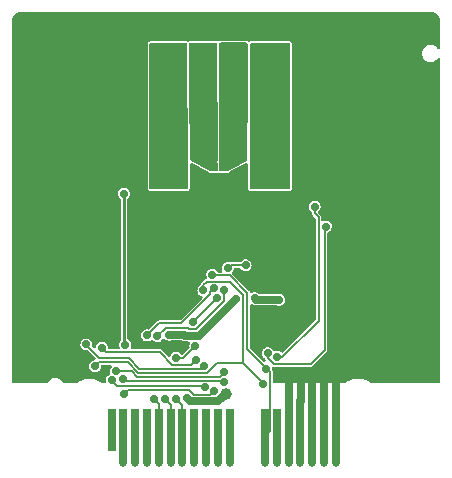
<source format=gbl>
G04 #@! TF.GenerationSoftware,KiCad,Pcbnew,(5.99.0-8491-gb8dfcb34c4)*
G04 #@! TF.CreationDate,2021-01-19T19:45:49+01:00*
G04 #@! TF.ProjectId,TMC2209_Driver,544d4332-3230-4395-9f44-72697665722e,rev?*
G04 #@! TF.SameCoordinates,PX67f3540PY6cb8080*
G04 #@! TF.FileFunction,Copper,L2,Bot*
G04 #@! TF.FilePolarity,Positive*
%FSLAX46Y46*%
G04 Gerber Fmt 4.6, Leading zero omitted, Abs format (unit mm)*
G04 Created by KiCad (PCBNEW (5.99.0-8491-gb8dfcb34c4)) date 2021-01-19 19:45:49*
%MOMM*%
%LPD*%
G01*
G04 APERTURE LIST*
G04 #@! TA.AperFunction,ConnectorPad*
%ADD10O,0.650000X0.650000*%
G04 #@! TD*
G04 #@! TA.AperFunction,ConnectorPad*
%ADD11R,0.650000X3.600000*%
G04 #@! TD*
G04 #@! TA.AperFunction,ConnectorPad*
%ADD12R,0.650000X4.600000*%
G04 #@! TD*
G04 #@! TA.AperFunction,ComponentPad*
%ADD13R,1.778000X1.778000*%
G04 #@! TD*
G04 #@! TA.AperFunction,ComponentPad*
%ADD14C,1.778000*%
G04 #@! TD*
G04 #@! TA.AperFunction,ViaPad*
%ADD15C,0.700000*%
G04 #@! TD*
G04 #@! TA.AperFunction,ViaPad*
%ADD16C,1.000000*%
G04 #@! TD*
G04 #@! TA.AperFunction,ViaPad*
%ADD17C,0.800000*%
G04 #@! TD*
G04 #@! TA.AperFunction,Conductor*
%ADD18C,0.650000*%
G04 #@! TD*
G04 #@! TA.AperFunction,Conductor*
%ADD19C,0.254000*%
G04 #@! TD*
G04 #@! TA.AperFunction,Conductor*
%ADD20C,0.152400*%
G04 #@! TD*
G04 #@! TA.AperFunction,Conductor*
%ADD21C,0.203200*%
G04 #@! TD*
G04 #@! TA.AperFunction,Conductor*
%ADD22C,0.250000*%
G04 #@! TD*
G04 APERTURE END LIST*
D10*
X27652800Y1014800D03*
X26652800Y1014800D03*
X22652800Y1014800D03*
X11652800Y1014800D03*
X14652800Y1014800D03*
X9652800Y1014800D03*
X24652800Y1014800D03*
X12652800Y1014800D03*
X21652800Y1014800D03*
X10652800Y1014800D03*
X25652800Y1014800D03*
X15652800Y1014800D03*
X13652800Y1014800D03*
X16652800Y1014800D03*
X18652800Y1014800D03*
X23652800Y1014800D03*
X17652800Y1014800D03*
D11*
X8652800Y3814800D03*
D12*
X9652800Y3314800D03*
X10652800Y3314800D03*
X11652800Y3314800D03*
X12652800Y3314800D03*
X13652800Y3314800D03*
X14652800Y3314800D03*
X15652800Y3314800D03*
X16652800Y3314800D03*
X17652800Y3314800D03*
X18652800Y3314800D03*
X21652800Y3314800D03*
X22652800Y3314800D03*
X23652800Y3314800D03*
X24652800Y3314800D03*
X25652800Y3314800D03*
X26652800Y3314800D03*
X27652800Y3314800D03*
D13*
X13809000Y35437800D03*
D14*
X16349000Y35437800D03*
X18889000Y35437800D03*
X21429000Y35437800D03*
D15*
X17085600Y24211000D03*
X18927100Y22306000D03*
X18927100Y23576000D03*
X18355600Y24211000D03*
X17720600Y22306000D03*
X17085600Y22941000D03*
X16450600Y22306000D03*
X16450600Y23576000D03*
X17720600Y23576000D03*
X18355600Y22941000D03*
X18355600Y21671000D03*
X17085600Y21671000D03*
D16*
X4030000Y33228000D03*
X7586000Y30942000D03*
X5808000Y33228000D03*
X7586000Y33228000D03*
X5808000Y30942000D03*
X1998000Y30942000D03*
X1998000Y33228000D03*
X4030000Y30942000D03*
X28414000Y30942000D03*
D15*
X11269000Y18623000D03*
D16*
X34002000Y30942000D03*
D15*
X3496600Y14990800D03*
X4055400Y12400000D03*
X8475000Y13987500D03*
X25493000Y20401000D03*
D17*
X35500000Y10500000D03*
D15*
X3081143Y11532112D03*
X8661749Y10998379D03*
X11269000Y26878000D03*
D16*
X34002000Y33228000D03*
X30446000Y33228000D03*
X28414000Y33228000D03*
X32224000Y33228000D03*
D15*
X21000000Y19500000D03*
D16*
X32224000Y30942000D03*
D17*
X35500000Y13000000D03*
D15*
X24375400Y26852600D03*
D16*
X30446000Y30942000D03*
D15*
X19422400Y32720000D03*
X18254000Y28224200D03*
X18330200Y32720000D03*
X18127000Y26497000D03*
X22368800Y25633400D03*
X20971800Y25633400D03*
X21683000Y25633400D03*
X22343400Y24566600D03*
X21657600Y24592000D03*
X17060200Y32720000D03*
X15968000Y32720000D03*
X17111000Y28224200D03*
X17238000Y26497000D03*
X12996200Y25582600D03*
X13707400Y25582600D03*
X14393200Y25582600D03*
X13682000Y24541200D03*
X12996200Y24541200D03*
X9812912Y10998379D03*
X9694200Y23804600D03*
X17352282Y7095226D03*
X25848600Y22687000D03*
X22699000Y9987000D03*
X9668800Y6822369D03*
X21886200Y10291800D03*
X8652800Y7980400D03*
X16551726Y7387998D03*
X26794710Y21010600D03*
X21714328Y8976928D03*
X18152149Y8666904D03*
X17182501Y16940338D03*
X9019485Y8759211D03*
X13148600Y6380200D03*
X12541045Y11741645D03*
X12285000Y6380200D03*
X18173287Y15679530D03*
X21491077Y7705937D03*
X7261198Y9199010D03*
X16440174Y15599740D03*
X13529600Y11866600D03*
D16*
X18317500Y6824700D03*
D15*
X22851400Y14813000D03*
X19192540Y14874260D03*
X20772955Y14930947D03*
X15002800Y6532600D03*
X14799600Y11866600D03*
X11654006Y11799326D03*
X17314200Y15778200D03*
X18159120Y7814521D03*
X9603597Y8138390D03*
X6519200Y11028400D03*
X16475638Y9216762D03*
X7833264Y10757845D03*
X15769412Y9694099D03*
X14114592Y9898588D03*
X15754937Y10932934D03*
X14113800Y6418300D03*
X15526244Y12892556D03*
X17543973Y14947617D03*
X18500000Y17500000D03*
X20000000Y17750000D03*
D18*
X23652800Y6264800D02*
X23664200Y6276200D01*
X24654800Y6266800D02*
X24654800Y8234400D01*
X26652800Y3314800D02*
X26652800Y6264800D01*
X24652800Y3314800D02*
X24652800Y6264800D01*
X25652800Y6264800D02*
X25645400Y6272200D01*
X26652800Y6264800D02*
X26636000Y6281600D01*
X23664200Y6276200D02*
X23664200Y8158200D01*
X27652800Y3314800D02*
X27652800Y8259000D01*
X26636000Y6281600D02*
X26636000Y8793200D01*
X25652800Y3314800D02*
X25652800Y6264800D01*
X23652800Y3314800D02*
X23652800Y6264800D01*
X24652800Y6264800D02*
X24654800Y6266800D01*
X25645400Y6272200D02*
X25645400Y8666200D01*
D19*
X9694200Y23804600D02*
X9694200Y10785911D01*
D20*
X10018799Y7172368D02*
X15219362Y7172368D01*
X17013886Y6756830D02*
X17352282Y7095226D01*
X22699000Y9987000D02*
X23123264Y9987000D01*
X23123264Y9987000D02*
X26178800Y13042536D01*
X15219362Y7172368D02*
X15634900Y6756830D01*
X25848600Y22687000D02*
X25848600Y22121315D01*
X9668800Y6822369D02*
X10018799Y7172368D01*
X26178800Y13042536D02*
X26178800Y13416000D01*
X26178800Y21791115D02*
X26178800Y13416000D01*
X25848600Y22121315D02*
X26178800Y21791115D01*
X15634900Y6756830D02*
X17013886Y6756830D01*
X16441915Y7497809D02*
X16551726Y7387998D01*
X21886200Y9867536D02*
X22401736Y9352000D01*
X8652800Y7980400D02*
X9135391Y7497809D01*
X25518400Y9352000D02*
X26686800Y10520400D01*
X9135391Y7497809D02*
X16441915Y7497809D01*
X26686800Y10520400D02*
X26686800Y20902690D01*
X22401736Y9352000D02*
X25518400Y9352000D01*
X21886200Y10291800D02*
X21886200Y9867536D01*
D19*
X26686800Y20902690D02*
X26794710Y21010600D01*
D20*
X20157045Y15385133D02*
X18670780Y16871398D01*
X18670780Y16871398D02*
X17251441Y16871398D01*
X9019485Y8759211D02*
X10384525Y8759211D01*
X17251441Y16871398D02*
X17182501Y16940338D01*
X20157045Y10610809D02*
X20157045Y15385133D01*
X22069678Y8698176D02*
X20157045Y10610809D01*
X10384525Y8759211D02*
X10826831Y8316905D01*
X21652800Y3314800D02*
X22069678Y3731678D01*
X10826831Y8316905D02*
X17802150Y8316905D01*
X17802150Y8316905D02*
X18152149Y8666904D01*
X22069678Y3731678D02*
X22069678Y8698176D01*
X13652800Y5876000D02*
X13148600Y6380200D01*
X13652800Y3314800D02*
X13652800Y5876000D01*
X12541045Y11741645D02*
X13250200Y12450800D01*
X16671984Y13220016D02*
X15871884Y12419916D01*
D21*
X12285000Y6380200D02*
X12652800Y6012400D01*
D20*
X13250200Y12450800D02*
X15111670Y12450800D01*
X16671984Y13220016D02*
X18173287Y14721319D01*
D21*
X12652800Y6012400D02*
X12652800Y3314800D01*
D20*
X15765923Y12313955D02*
X16671984Y13220016D01*
X18173287Y14721319D02*
X18173287Y15679530D01*
X15248515Y12313955D02*
X15765923Y12313955D01*
X15111670Y12450800D02*
X15248515Y12313955D01*
X16702261Y16356801D02*
X16440174Y16094714D01*
X7611197Y9549009D02*
X7261198Y9199010D01*
X21491077Y7794037D02*
X21491077Y7705937D01*
X19814134Y9470980D02*
X17586186Y9470980D01*
X16440174Y16094714D02*
X16440174Y15599740D01*
X17586186Y9470980D02*
X16753367Y8638161D01*
X18690130Y16356801D02*
X16702261Y16356801D01*
X19814134Y9470980D02*
X19814134Y15232797D01*
X10936643Y8638161D02*
X10025795Y9549009D01*
X16753367Y8638161D02*
X10936643Y8638161D01*
X10025795Y9549009D02*
X7611197Y9549009D01*
X19814134Y15232797D02*
X18690130Y16356801D01*
X19814134Y9470980D02*
X21491077Y7794037D01*
D18*
X18317500Y6824700D02*
X17696022Y6203222D01*
X17696022Y6203222D02*
X17416622Y6203222D01*
X13529600Y11866600D02*
X14095285Y11866600D01*
X16078625Y11760345D02*
X19192540Y14874260D01*
X14095285Y11866600D02*
X14799600Y11866600D01*
X20890902Y14813000D02*
X20772955Y14930947D01*
X22851400Y14813000D02*
X20890902Y14813000D01*
X15332178Y6203222D02*
X17416622Y6203222D01*
X15002800Y6532600D02*
X15332178Y6203222D01*
X14799600Y11866600D02*
X14905855Y11760345D01*
X14905855Y11760345D02*
X16078625Y11760345D01*
D20*
X11654006Y11799326D02*
X12686477Y12831797D01*
X17314200Y15778200D02*
X17003462Y15467462D01*
X12686477Y12831797D02*
X14571821Y12831797D01*
X14571821Y12831797D02*
X17003462Y15263438D01*
X17003462Y15467462D02*
X17003462Y15263438D01*
D22*
X11787240Y11932560D02*
X11654006Y11799326D01*
D20*
X18044052Y7929589D02*
X18159120Y7814521D01*
X9775388Y7966599D02*
X9603597Y8138390D01*
X17758689Y7929589D02*
X17428489Y7929589D01*
X17391479Y7966599D02*
X9775388Y7966599D01*
X17428489Y7929589D02*
X17391479Y7966599D01*
X17428489Y7929589D02*
X18044052Y7929589D01*
X11018196Y8987673D02*
X16246549Y8987673D01*
X7608504Y9898090D02*
X7256844Y10249750D01*
X9859290Y9898090D02*
X10107779Y9898090D01*
X6956845Y10549749D02*
X6956845Y10590755D01*
X10107779Y9898090D02*
X11018196Y8987673D01*
X16246549Y8987673D02*
X16475638Y9216762D01*
X10116935Y9898090D02*
X9859290Y9898090D01*
X7256844Y10249750D02*
X6956845Y10549749D01*
X6956845Y10590755D02*
X6519200Y11028400D01*
X9859290Y9898090D02*
X7608504Y9898090D01*
X8183263Y10407846D02*
X12726152Y10407846D01*
X12726152Y10407846D02*
X13814012Y9319986D01*
X15395299Y9319986D02*
X15769412Y9694099D01*
X13814012Y9319986D02*
X15395299Y9319986D01*
X7833264Y10757845D02*
X8183263Y10407846D01*
X14720591Y9898588D02*
X15754937Y10932934D01*
X15526244Y12929888D02*
X15526244Y12892556D01*
X14652800Y5879300D02*
X14652800Y3314800D01*
X14114592Y9898588D02*
X14720591Y9898588D01*
X14113800Y6418300D02*
X14652800Y5879300D01*
X17543973Y14947617D02*
X15526244Y12929888D01*
X20000000Y17750000D02*
X18750000Y17750000D01*
X18750000Y17750000D02*
X18500000Y17500000D01*
G04 #@! TA.AperFunction,Conductor*
G36*
X15008421Y36535398D02*
G01*
X15054914Y36481742D01*
X15066300Y36429400D01*
X15066300Y32771960D01*
X15066307Y32770529D01*
X15066329Y32768186D01*
X15066333Y32767922D01*
X15066344Y32767058D01*
X15066348Y32766784D01*
X15129778Y29355673D01*
X15129800Y29353330D01*
X15129800Y24286200D01*
X15109798Y24218079D01*
X15056142Y24171586D01*
X15003800Y24160200D01*
X11979200Y24160200D01*
X11911079Y24180202D01*
X11864586Y24233858D01*
X11853200Y24286200D01*
X11853200Y36429400D01*
X11873202Y36497521D01*
X11926858Y36544014D01*
X11979200Y36555400D01*
X14940300Y36555400D01*
X15008421Y36535398D01*
G37*
G04 #@! TD.AperFunction*
G04 #@! TA.AperFunction,Conductor*
G36*
X23733321Y36535398D02*
G01*
X23779814Y36481742D01*
X23791200Y36429400D01*
X23791200Y24286200D01*
X23771198Y24218079D01*
X23717542Y24171586D01*
X23665200Y24160200D01*
X20488200Y24160200D01*
X20420079Y24180202D01*
X20373586Y24233858D01*
X20362200Y24286200D01*
X20362200Y36429400D01*
X20382202Y36497521D01*
X20435858Y36544014D01*
X20488200Y36555400D01*
X23665200Y36555400D01*
X23733321Y36535398D01*
G37*
G04 #@! TD.AperFunction*
G04 #@! TA.AperFunction,Conductor*
G36*
X17561346Y36560798D02*
G01*
X17607839Y36507142D01*
X17619225Y36455026D01*
X17636837Y26626859D01*
X17635337Y26607249D01*
X17620519Y26512079D01*
X17620519Y26512074D01*
X17619138Y26503205D01*
X17620302Y26494303D01*
X17620302Y26494300D01*
X17636258Y26372278D01*
X17637322Y26356167D01*
X17638301Y25810426D01*
X17618421Y25742270D01*
X17564849Y25695680D01*
X17512301Y25684200D01*
X17073054Y25684200D01*
X17012303Y25699813D01*
X15396872Y26588849D01*
X15346836Y26639216D01*
X15331645Y26696893D01*
X15218722Y32769617D01*
X15218700Y32771960D01*
X15218700Y36454800D01*
X15238702Y36522921D01*
X15292358Y36569414D01*
X15344700Y36580800D01*
X17493225Y36580800D01*
X17561346Y36560798D01*
G37*
G04 #@! TD.AperFunction*
G04 #@! TA.AperFunction,Conductor*
G36*
X20113821Y36586198D02*
G01*
X20160314Y36532542D01*
X20171700Y36480200D01*
X20171700Y32796200D01*
X20159155Y26699114D01*
X20139013Y26631034D01*
X20092852Y26588413D01*
X18645916Y25809973D01*
X18440088Y25699239D01*
X18380392Y25684200D01*
X17916840Y25684200D01*
X17848719Y25704202D01*
X17802226Y25757858D01*
X17790840Y25809973D01*
X17771627Y36479973D01*
X17791507Y36548130D01*
X17845078Y36594719D01*
X17897627Y36606200D01*
X20045700Y36606200D01*
X20113821Y36586198D01*
G37*
G04 #@! TD.AperFunction*
G04 #@! TA.AperFunction,Conductor*
G36*
X35658981Y39197606D02*
G01*
X35659078Y39198313D01*
X35666138Y39197342D01*
X35673042Y39195581D01*
X35680160Y39195412D01*
X35680163Y39195412D01*
X35749979Y39193759D01*
X35759347Y39193187D01*
X35785154Y39190645D01*
X35797385Y39188831D01*
X35911911Y39166050D01*
X35923905Y39163045D01*
X35937757Y39158843D01*
X35949398Y39154678D01*
X35976310Y39143531D01*
X36057287Y39109990D01*
X36068446Y39104712D01*
X36081231Y39097879D01*
X36081248Y39097870D01*
X36091840Y39091521D01*
X36188942Y39026639D01*
X36198839Y39019299D01*
X36210080Y39010073D01*
X36219230Y39001779D01*
X36301776Y38919233D01*
X36310079Y38910073D01*
X36319284Y38898857D01*
X36326649Y38888927D01*
X36391528Y38791829D01*
X36397868Y38781251D01*
X36404711Y38768448D01*
X36409983Y38757302D01*
X36454683Y38649389D01*
X36458843Y38637760D01*
X36463048Y38623898D01*
X36466051Y38611912D01*
X36484163Y38520854D01*
X36488832Y38497379D01*
X36490646Y38485148D01*
X36493186Y38459357D01*
X36493758Y38449991D01*
X36495576Y38373233D01*
X36497312Y38366377D01*
X36498269Y38359373D01*
X36497604Y38359282D01*
X36500000Y38340058D01*
X36500000Y36157567D01*
X36479998Y36089446D01*
X36426342Y36042953D01*
X36356068Y36032849D01*
X36291488Y36062343D01*
X36268628Y36088482D01*
X36233659Y36141818D01*
X36229647Y36147938D01*
X36106988Y36264134D01*
X36029176Y36309330D01*
X35967220Y36345317D01*
X35967217Y36345318D01*
X35960887Y36348995D01*
X35953879Y36351117D01*
X35953878Y36351118D01*
X35921561Y36360906D01*
X35799183Y36397971D01*
X35791874Y36398424D01*
X35791871Y36398425D01*
X35720926Y36402826D01*
X35630550Y36408433D01*
X35623334Y36407193D01*
X35623332Y36407193D01*
X35471247Y36381060D01*
X35471245Y36381059D01*
X35464032Y36379820D01*
X35308563Y36313667D01*
X35172482Y36213523D01*
X35063089Y36084759D01*
X34986253Y35934283D01*
X34946094Y35770167D01*
X34944767Y35601214D01*
X34982343Y35436488D01*
X34985567Y35429921D01*
X34985568Y35429919D01*
X35051434Y35295768D01*
X35056807Y35284824D01*
X35061455Y35279175D01*
X35061456Y35279174D01*
X35123866Y35203330D01*
X35164163Y35154358D01*
X35298654Y35052089D01*
X35305342Y35049118D01*
X35305346Y35049116D01*
X35368978Y35020852D01*
X35453065Y34983502D01*
X35460260Y34982149D01*
X35566866Y34962102D01*
X35619113Y34952277D01*
X35626421Y34952615D01*
X35626424Y34952615D01*
X35780573Y34959750D01*
X35780576Y34959750D01*
X35787890Y34960089D01*
X35794933Y34962102D01*
X35794934Y34962102D01*
X35880217Y34986476D01*
X35950343Y35006518D01*
X35956729Y35010094D01*
X35956733Y35010096D01*
X36091367Y35085495D01*
X36091369Y35085496D01*
X36097759Y35089075D01*
X36168878Y35154358D01*
X36216838Y35198382D01*
X36216839Y35198383D01*
X36222228Y35203330D01*
X36269726Y35273352D01*
X36324519Y35318499D01*
X36395022Y35326855D01*
X36458851Y35295768D01*
X36495740Y35235107D01*
X36500000Y35202621D01*
X36500000Y7890500D01*
X36479998Y7822379D01*
X36426342Y7775886D01*
X36374000Y7764500D01*
X30688527Y7764500D01*
X30620406Y7784502D01*
X30599432Y7801405D01*
X30578249Y7822588D01*
X30575645Y7825270D01*
X30571944Y7829198D01*
X30571942Y7829200D01*
X30568256Y7833111D01*
X30566659Y7834178D01*
X30565438Y7835399D01*
X30561032Y7838169D01*
X30561030Y7838170D01*
X30556726Y7840875D01*
X30553775Y7842787D01*
X30509101Y7872637D01*
X30383298Y7956695D01*
X30380231Y7958811D01*
X30375833Y7961943D01*
X30375829Y7961945D01*
X30371454Y7965060D01*
X30369675Y7965797D01*
X30368241Y7966755D01*
X30358623Y7970428D01*
X30355357Y7971728D01*
X30165925Y8050193D01*
X30162497Y8051673D01*
X30157570Y8053887D01*
X30152690Y8056080D01*
X30150807Y8056455D01*
X30149210Y8057116D01*
X30139000Y8058852D01*
X30135603Y8059479D01*
X30019142Y8082644D01*
X29942155Y8097958D01*
X29935607Y8099443D01*
X29925221Y8102092D01*
X29920853Y8102195D01*
X29916758Y8103010D01*
X29909688Y8102813D01*
X29909685Y8102813D01*
X29906104Y8102713D01*
X29899610Y8102699D01*
X29790010Y8105294D01*
X29790007Y8105294D01*
X29782941Y8105461D01*
X29768503Y8102525D01*
X29743405Y8100000D01*
X29356685Y8100000D01*
X29331373Y8102569D01*
X29317252Y8105466D01*
X29200834Y8102709D01*
X29194133Y8102730D01*
X29183430Y8103048D01*
X29179146Y8102196D01*
X29174972Y8102097D01*
X29168124Y8100363D01*
X29168122Y8100363D01*
X29164651Y8099484D01*
X29158311Y8098051D01*
X29067507Y8079989D01*
X28965258Y8059650D01*
X28961575Y8058974D01*
X28959869Y8058687D01*
X28950968Y8057190D01*
X28949194Y8056455D01*
X28947499Y8056118D01*
X28942748Y8053993D01*
X28942746Y8053992D01*
X28938077Y8051903D01*
X28934844Y8050511D01*
X28844204Y8012967D01*
X28745426Y7972052D01*
X28742007Y7970695D01*
X28731918Y7966862D01*
X28730319Y7965794D01*
X28728724Y7965133D01*
X28724494Y7962132D01*
X28724489Y7962130D01*
X28720305Y7959162D01*
X28717412Y7957170D01*
X28546948Y7843269D01*
X28543809Y7841238D01*
X28539224Y7838368D01*
X28539222Y7838366D01*
X28534698Y7835534D01*
X28533341Y7834178D01*
X28531904Y7833217D01*
X28525062Y7825982D01*
X28524804Y7825709D01*
X28522351Y7823187D01*
X28500569Y7801405D01*
X28438257Y7767379D01*
X28411474Y7764500D01*
X22424778Y7764500D01*
X22356657Y7784502D01*
X22310164Y7838158D01*
X22298778Y7890500D01*
X22298778Y8691073D01*
X22298951Y8697668D01*
X22300204Y8721570D01*
X22300204Y8721571D01*
X22300897Y8734797D01*
X22293460Y8754171D01*
X22287852Y8773104D01*
X22283539Y8793393D01*
X22275753Y8804110D01*
X22272665Y8811045D01*
X22269573Y8816396D01*
X22266011Y8825676D01*
X22265312Y8826538D01*
X22254369Y8837481D01*
X22220343Y8899793D01*
X22219209Y8947476D01*
X22221269Y8959724D01*
X22222076Y8964519D01*
X22222228Y8976928D01*
X22221536Y8981758D01*
X22221221Y8986600D01*
X22222918Y8986711D01*
X22232012Y9049704D01*
X22278535Y9103334D01*
X22352960Y9123062D01*
X22353064Y9123016D01*
X22354168Y9122900D01*
X22374528Y9122900D01*
X22394239Y9121349D01*
X22400911Y9120292D01*
X22400912Y9120292D01*
X22413988Y9118221D01*
X22426776Y9121648D01*
X22440006Y9122341D01*
X22440032Y9121846D01*
X22448041Y9122900D01*
X25511310Y9122900D01*
X25517903Y9122727D01*
X25541794Y9121475D01*
X25541795Y9121475D01*
X25555021Y9120782D01*
X25567387Y9125529D01*
X25567388Y9125529D01*
X25574380Y9128213D01*
X25593327Y9133826D01*
X25613617Y9138139D01*
X25624333Y9145924D01*
X25631284Y9149019D01*
X25636660Y9152121D01*
X25645900Y9155668D01*
X25646763Y9156366D01*
X25661158Y9170761D01*
X25676191Y9183601D01*
X25681655Y9187571D01*
X25681658Y9187574D01*
X25692370Y9195357D01*
X25698991Y9206825D01*
X25707852Y9216666D01*
X25708221Y9216333D01*
X25713140Y9222743D01*
X26843775Y10353379D01*
X26848560Y10357920D01*
X26866348Y10373936D01*
X26866349Y10373937D01*
X26876191Y10382799D01*
X26884627Y10401748D01*
X26894056Y10419114D01*
X26905351Y10436506D01*
X26907422Y10449583D01*
X26910148Y10456684D01*
X26911753Y10462673D01*
X26915784Y10471728D01*
X26915900Y10472832D01*
X26915900Y10493192D01*
X26917451Y10512903D01*
X26918508Y10519575D01*
X26918508Y10519576D01*
X26920579Y10532652D01*
X26917152Y10545440D01*
X26916459Y10558670D01*
X26916954Y10558696D01*
X26915900Y10566705D01*
X26915900Y20428248D01*
X26935902Y20496369D01*
X26990723Y20542918D01*
X26996421Y20544472D01*
X27119140Y20619822D01*
X27130139Y20631973D01*
X27209750Y20719926D01*
X27209751Y20719927D01*
X27215778Y20726586D01*
X27278567Y20856182D01*
X27302458Y20998191D01*
X27302610Y21010600D01*
X27282195Y21153151D01*
X27222592Y21284242D01*
X27128591Y21393335D01*
X27007750Y21471660D01*
X26869782Y21512921D01*
X26860806Y21512976D01*
X26860805Y21512976D01*
X26800392Y21513345D01*
X26725780Y21513801D01*
X26587319Y21474228D01*
X26583264Y21471670D01*
X26514999Y21462396D01*
X26450650Y21492390D01*
X26412732Y21552412D01*
X26407900Y21586970D01*
X26407900Y21784031D01*
X26408073Y21790626D01*
X26409325Y21814509D01*
X26409325Y21814510D01*
X26410018Y21827736D01*
X26402587Y21847095D01*
X26396974Y21866042D01*
X26392661Y21886332D01*
X26384876Y21897048D01*
X26381781Y21903999D01*
X26378679Y21909375D01*
X26375132Y21918615D01*
X26374434Y21919478D01*
X26360039Y21933873D01*
X26347199Y21948906D01*
X26343229Y21954370D01*
X26343226Y21954373D01*
X26335443Y21965085D01*
X26323975Y21971706D01*
X26314134Y21980567D01*
X26314466Y21980936D01*
X26308059Y21985853D01*
X26174066Y22119846D01*
X26140041Y22182157D01*
X26145105Y22252973D01*
X26174727Y22294686D01*
X26173030Y22296222D01*
X26263640Y22396326D01*
X26263641Y22396327D01*
X26269668Y22402986D01*
X26332457Y22532582D01*
X26356348Y22674591D01*
X26356500Y22687000D01*
X26336085Y22829551D01*
X26329688Y22843622D01*
X26280198Y22952468D01*
X26276482Y22960642D01*
X26182481Y23069735D01*
X26061640Y23148060D01*
X25923672Y23189321D01*
X25914696Y23189376D01*
X25914695Y23189376D01*
X25854282Y23189745D01*
X25779670Y23190201D01*
X25641209Y23150628D01*
X25519420Y23073785D01*
X25424093Y22965849D01*
X25362893Y22835496D01*
X25340738Y22693205D01*
X25359410Y22550416D01*
X25363024Y22542202D01*
X25363025Y22542199D01*
X25413793Y22426819D01*
X25417407Y22418606D01*
X25510068Y22308373D01*
X25517539Y22303400D01*
X25517540Y22303399D01*
X25563319Y22272926D01*
X25608942Y22218529D01*
X25619500Y22168039D01*
X25619500Y22128405D01*
X25619327Y22121812D01*
X25617382Y22084694D01*
X25622129Y22072328D01*
X25622129Y22072327D01*
X25624813Y22065335D01*
X25630426Y22046388D01*
X25634739Y22026098D01*
X25642524Y22015382D01*
X25645619Y22008431D01*
X25648721Y22003055D01*
X25652268Y21993815D01*
X25652966Y21992952D01*
X25667361Y21978557D01*
X25680201Y21963524D01*
X25684171Y21958060D01*
X25684174Y21958057D01*
X25691957Y21947345D01*
X25703425Y21940724D01*
X25713266Y21931863D01*
X25712934Y21931494D01*
X25719341Y21926577D01*
X25818183Y21827736D01*
X25912795Y21733124D01*
X25946820Y21670812D01*
X25949700Y21644028D01*
X25949700Y13189622D01*
X25929698Y13121501D01*
X25912795Y13100527D01*
X23194851Y10382583D01*
X23132539Y10348557D01*
X23061724Y10353622D01*
X23033380Y10370504D01*
X23032881Y10369735D01*
X22985333Y10400554D01*
X22912040Y10448060D01*
X22774072Y10489321D01*
X22765096Y10489376D01*
X22765095Y10489376D01*
X22704682Y10489745D01*
X22630070Y10490201D01*
X22491609Y10450628D01*
X22491075Y10452496D01*
X22431969Y10444461D01*
X22367617Y10474450D01*
X22336159Y10516886D01*
X22330329Y10529709D01*
X22314082Y10565442D01*
X22220081Y10674535D01*
X22099240Y10752860D01*
X21961272Y10794121D01*
X21952296Y10794176D01*
X21952295Y10794176D01*
X21891882Y10794545D01*
X21817270Y10795001D01*
X21678809Y10755428D01*
X21671222Y10750641D01*
X21671220Y10750640D01*
X21659563Y10743285D01*
X21557020Y10678585D01*
X21551077Y10671856D01*
X21496186Y10609704D01*
X21461693Y10570649D01*
X21457878Y10562523D01*
X21408788Y10457963D01*
X21400493Y10440296D01*
X21399112Y10431428D01*
X21399112Y10431427D01*
X21379865Y10307811D01*
X21378338Y10298005D01*
X21379502Y10289103D01*
X21379502Y10289100D01*
X21383768Y10256478D01*
X21397010Y10155216D01*
X21400624Y10147002D01*
X21400625Y10146999D01*
X21451393Y10031619D01*
X21455007Y10023406D01*
X21460781Y10016537D01*
X21514054Y9953162D01*
X21547668Y9913173D01*
X21585308Y9888118D01*
X21615263Y9868178D01*
X21660885Y9813780D01*
X21668688Y9789495D01*
X21672339Y9772319D01*
X21680122Y9761606D01*
X21684403Y9751991D01*
X21693836Y9681624D01*
X21663728Y9617328D01*
X21603638Y9579516D01*
X21532645Y9580193D01*
X21480200Y9611650D01*
X20423050Y10668800D01*
X20389024Y10731112D01*
X20386145Y10757895D01*
X20386145Y14341643D01*
X20406147Y14409764D01*
X20459803Y14456257D01*
X20530077Y14466361D01*
X20595551Y14436086D01*
X20625779Y14409389D01*
X20633906Y14405573D01*
X20639015Y14402217D01*
X20646471Y14397737D01*
X20651821Y14394808D01*
X20659002Y14389426D01*
X20700402Y14373906D01*
X20709703Y14369986D01*
X20741589Y14355015D01*
X20741593Y14355014D01*
X20749716Y14351200D01*
X20758585Y14349819D01*
X20764401Y14348041D01*
X20772833Y14345829D01*
X20778801Y14344517D01*
X20787206Y14341366D01*
X20831292Y14338090D01*
X20841313Y14336938D01*
X20848299Y14335850D01*
X20848308Y14335849D01*
X20853120Y14335100D01*
X20866844Y14335100D01*
X20876183Y14334753D01*
X20914795Y14331883D01*
X20914797Y14331883D01*
X20923746Y14331218D01*
X20932520Y14333091D01*
X20941484Y14333702D01*
X20941488Y14333650D01*
X20955232Y14335100D01*
X22675859Y14335100D01*
X22713434Y14329367D01*
X22761629Y14314309D01*
X22761633Y14314308D01*
X22770196Y14311633D01*
X22835739Y14310432D01*
X22905199Y14309159D01*
X22905202Y14309159D01*
X22914177Y14308995D01*
X22922840Y14311357D01*
X22922842Y14311357D01*
X23044447Y14344510D01*
X23053111Y14346872D01*
X23147402Y14404767D01*
X23168182Y14417526D01*
X23175830Y14422222D01*
X23272468Y14528986D01*
X23283774Y14552320D01*
X23331343Y14650503D01*
X23331344Y14650505D01*
X23335257Y14658582D01*
X23359148Y14800591D01*
X23359300Y14813000D01*
X23340965Y14941028D01*
X23340158Y14946665D01*
X23340157Y14946668D01*
X23338885Y14955551D01*
X23329834Y14975459D01*
X23293596Y15055160D01*
X23279282Y15086642D01*
X23185281Y15195735D01*
X23064440Y15274060D01*
X22926472Y15315321D01*
X22917496Y15315376D01*
X22917495Y15315376D01*
X22857082Y15315745D01*
X22782470Y15316201D01*
X22713882Y15296598D01*
X22710918Y15295751D01*
X22676293Y15290900D01*
X21178250Y15290900D01*
X21110129Y15310902D01*
X21107584Y15312814D01*
X21106836Y15313682D01*
X20985995Y15392007D01*
X20848027Y15433268D01*
X20839051Y15433323D01*
X20839050Y15433323D01*
X20778637Y15433692D01*
X20704025Y15434148D01*
X20565564Y15394575D01*
X20557974Y15389786D01*
X20549778Y15386120D01*
X20548573Y15388815D01*
X20494610Y15373457D01*
X20426658Y15394026D01*
X20380614Y15448068D01*
X20376124Y15461858D01*
X20373660Y15467392D01*
X20370906Y15480350D01*
X20363121Y15491066D01*
X20360026Y15498017D01*
X20356924Y15503393D01*
X20353377Y15512633D01*
X20352679Y15513496D01*
X20338284Y15527891D01*
X20325444Y15542924D01*
X20321474Y15548388D01*
X20321471Y15548391D01*
X20313688Y15559103D01*
X20302220Y15565724D01*
X20292379Y15574585D01*
X20292712Y15574954D01*
X20286302Y15579873D01*
X18877141Y16989033D01*
X18843116Y17051345D01*
X18848180Y17122160D01*
X18872819Y17162681D01*
X18921068Y17215986D01*
X18935608Y17245995D01*
X18979943Y17337503D01*
X18979944Y17337505D01*
X18983857Y17345582D01*
X18995671Y17415804D01*
X19026698Y17479662D01*
X19087323Y17516609D01*
X19119925Y17520900D01*
X19477089Y17520900D01*
X19545210Y17500898D01*
X19573540Y17475975D01*
X19655690Y17378246D01*
X19655692Y17378244D01*
X19661468Y17371373D01*
X19668939Y17366400D01*
X19668940Y17366399D01*
X19773870Y17296551D01*
X19773873Y17296550D01*
X19781343Y17291577D01*
X19789907Y17288901D01*
X19789910Y17288900D01*
X19910229Y17251309D01*
X19910233Y17251308D01*
X19918796Y17248633D01*
X19984339Y17247432D01*
X20053799Y17246159D01*
X20053802Y17246159D01*
X20062777Y17245995D01*
X20071440Y17248357D01*
X20071442Y17248357D01*
X20193047Y17281510D01*
X20201711Y17283872D01*
X20324430Y17359222D01*
X20358183Y17396512D01*
X20415040Y17459326D01*
X20415041Y17459327D01*
X20421068Y17465986D01*
X20444853Y17515077D01*
X20479943Y17587503D01*
X20479944Y17587505D01*
X20483857Y17595582D01*
X20507748Y17737591D01*
X20507900Y17750000D01*
X20497867Y17820058D01*
X20488758Y17883665D01*
X20488757Y17883668D01*
X20487485Y17892551D01*
X20427882Y18023642D01*
X20333881Y18132735D01*
X20213040Y18211060D01*
X20075072Y18252321D01*
X20066096Y18252376D01*
X20066095Y18252376D01*
X20005682Y18252745D01*
X19931070Y18253201D01*
X19792609Y18213628D01*
X19670820Y18136785D01*
X19575493Y18028849D01*
X19574433Y18029785D01*
X19527548Y17989970D01*
X19476351Y17979100D01*
X18757084Y17979100D01*
X18750489Y17979273D01*
X18726605Y17980525D01*
X18726604Y17980525D01*
X18713379Y17981218D01*
X18702265Y17976952D01*
X18647705Y17980600D01*
X18583677Y17999748D01*
X18583674Y17999748D01*
X18575072Y18002321D01*
X18566096Y18002376D01*
X18566095Y18002376D01*
X18505682Y18002745D01*
X18431070Y18003201D01*
X18292609Y17963628D01*
X18170820Y17886785D01*
X18075493Y17778849D01*
X18014293Y17648496D01*
X17992138Y17506205D01*
X17993302Y17497303D01*
X17993302Y17497300D01*
X17995609Y17479662D01*
X18010810Y17363416D01*
X18014425Y17355199D01*
X18014426Y17355197D01*
X18048726Y17277243D01*
X18057852Y17206836D01*
X18027465Y17142671D01*
X17967212Y17105121D01*
X17933396Y17100498D01*
X17743104Y17100498D01*
X17674983Y17120500D01*
X17628403Y17174347D01*
X17614099Y17205806D01*
X17610383Y17213980D01*
X17516382Y17323073D01*
X17395541Y17401398D01*
X17257573Y17442659D01*
X17248597Y17442714D01*
X17248596Y17442714D01*
X17188183Y17443083D01*
X17113571Y17443539D01*
X16975110Y17403966D01*
X16967523Y17399179D01*
X16967521Y17399178D01*
X16923453Y17371373D01*
X16853321Y17327123D01*
X16847378Y17320394D01*
X16786364Y17251309D01*
X16757994Y17219187D01*
X16696794Y17088834D01*
X16695413Y17079966D01*
X16695413Y17079965D01*
X16681255Y16989033D01*
X16674639Y16946543D01*
X16693311Y16803754D01*
X16696926Y16795539D01*
X16696927Y16795534D01*
X16717279Y16749280D01*
X16726405Y16678872D01*
X16696018Y16614708D01*
X16647190Y16580937D01*
X16646756Y16580770D01*
X16646362Y16580619D01*
X16627334Y16574975D01*
X16607044Y16570662D01*
X16596328Y16562877D01*
X16589377Y16559782D01*
X16584001Y16556680D01*
X16574761Y16553133D01*
X16573898Y16552435D01*
X16559503Y16538040D01*
X16544470Y16525200D01*
X16539006Y16521230D01*
X16539003Y16521227D01*
X16528291Y16513444D01*
X16521670Y16501976D01*
X16512809Y16492135D01*
X16512440Y16492467D01*
X16507523Y16486060D01*
X16283189Y16261725D01*
X16278424Y16257203D01*
X16250783Y16232315D01*
X16245397Y16220217D01*
X16242349Y16213370D01*
X16232918Y16196000D01*
X16221623Y16178608D01*
X16219552Y16165531D01*
X16216826Y16158430D01*
X16215221Y16152441D01*
X16211190Y16143386D01*
X16211074Y16142282D01*
X16211074Y16121922D01*
X16209522Y16102206D01*
X16209035Y16099132D01*
X16178620Y16034980D01*
X16151822Y16012286D01*
X16118589Y15991318D01*
X16118585Y15991315D01*
X16110994Y15986525D01*
X16015667Y15878589D01*
X15954467Y15748236D01*
X15932312Y15605945D01*
X15933476Y15597043D01*
X15933476Y15597040D01*
X15940553Y15542924D01*
X15950984Y15463156D01*
X15954598Y15454942D01*
X15954599Y15454939D01*
X15984880Y15386120D01*
X16008981Y15331346D01*
X16014755Y15324477D01*
X16093988Y15230219D01*
X16101642Y15221113D01*
X16109113Y15216140D01*
X16109114Y15216139D01*
X16214044Y15146291D01*
X16214047Y15146290D01*
X16221517Y15141317D01*
X16230081Y15138641D01*
X16230086Y15138639D01*
X16278621Y15123476D01*
X16337678Y15084070D01*
X16366055Y15018991D01*
X16354743Y14948901D01*
X16330142Y14914114D01*
X14513830Y13097802D01*
X14451518Y13063776D01*
X14424735Y13060897D01*
X12693561Y13060897D01*
X12686966Y13061070D01*
X12663083Y13062322D01*
X12663082Y13062322D01*
X12649856Y13063015D01*
X12637490Y13058268D01*
X12630497Y13055584D01*
X12611550Y13049971D01*
X12591260Y13045658D01*
X12580544Y13037872D01*
X12573607Y13034784D01*
X12568240Y13031685D01*
X12558977Y13028129D01*
X12558114Y13027430D01*
X12543719Y13013035D01*
X12528686Y13000195D01*
X12512507Y12988440D01*
X12505887Y12976973D01*
X12497024Y12967130D01*
X12496655Y12967462D01*
X12491737Y12961053D01*
X11861725Y12331041D01*
X11799413Y12297015D01*
X11746743Y12299027D01*
X11746552Y12297748D01*
X11737682Y12299074D01*
X11729078Y12301647D01*
X11720101Y12301702D01*
X11720100Y12301702D01*
X11661077Y12302063D01*
X11585076Y12302527D01*
X11446615Y12262954D01*
X11439028Y12258167D01*
X11439026Y12258166D01*
X11387095Y12225400D01*
X11324826Y12186111D01*
X11229499Y12078175D01*
X11168299Y11947822D01*
X11146144Y11805531D01*
X11164816Y11662742D01*
X11168430Y11654528D01*
X11168431Y11654525D01*
X11193212Y11598206D01*
X11222813Y11530932D01*
X11228587Y11524063D01*
X11290028Y11450971D01*
X11315474Y11420699D01*
X11322945Y11415726D01*
X11322946Y11415725D01*
X11427876Y11345877D01*
X11427879Y11345876D01*
X11435349Y11340903D01*
X11443913Y11338227D01*
X11443916Y11338226D01*
X11564235Y11300635D01*
X11564239Y11300634D01*
X11572802Y11297959D01*
X11638345Y11296758D01*
X11707805Y11295485D01*
X11707808Y11295485D01*
X11716783Y11295321D01*
X11725446Y11297683D01*
X11725448Y11297683D01*
X11847053Y11330836D01*
X11855717Y11333198D01*
X11903862Y11362759D01*
X11970784Y11403849D01*
X11970787Y11403851D01*
X11978436Y11408548D01*
X11984463Y11415206D01*
X11990694Y11420380D01*
X12055882Y11448505D01*
X12125928Y11436922D01*
X12167631Y11404514D01*
X12196737Y11369889D01*
X12202513Y11363018D01*
X12209984Y11358045D01*
X12209985Y11358044D01*
X12314915Y11288196D01*
X12314918Y11288195D01*
X12322388Y11283222D01*
X12330952Y11280546D01*
X12330955Y11280545D01*
X12451274Y11242954D01*
X12451278Y11242953D01*
X12459841Y11240278D01*
X12525384Y11239077D01*
X12594844Y11237804D01*
X12594847Y11237804D01*
X12603822Y11237640D01*
X12612485Y11240002D01*
X12612487Y11240002D01*
X12723012Y11270134D01*
X12742756Y11275517D01*
X12865475Y11350867D01*
X12878330Y11365069D01*
X12956085Y11450971D01*
X12956086Y11450972D01*
X12962113Y11457631D01*
X12970393Y11474721D01*
X13018095Y11527304D01*
X13086653Y11545750D01*
X13154301Y11524203D01*
X13180235Y11500859D01*
X13185289Y11494847D01*
X13185292Y11494844D01*
X13191068Y11487973D01*
X13198539Y11483000D01*
X13198540Y11482999D01*
X13303470Y11413151D01*
X13303473Y11413150D01*
X13310943Y11408177D01*
X13319507Y11405501D01*
X13319510Y11405500D01*
X13439829Y11367909D01*
X13439833Y11367908D01*
X13448396Y11365233D01*
X13513939Y11364032D01*
X13583399Y11362759D01*
X13583402Y11362759D01*
X13592377Y11362595D01*
X13601040Y11364957D01*
X13601042Y11364957D01*
X13671856Y11384263D01*
X13704997Y11388700D01*
X14556863Y11388700D01*
X14624984Y11368698D01*
X14626478Y11367569D01*
X14626501Y11367604D01*
X14634005Y11362675D01*
X14640732Y11356734D01*
X14648859Y11352918D01*
X14653961Y11349567D01*
X14661424Y11345082D01*
X14666774Y11342153D01*
X14673955Y11336771D01*
X14715355Y11321251D01*
X14724656Y11317331D01*
X14756542Y11302360D01*
X14756546Y11302359D01*
X14764669Y11298545D01*
X14773538Y11297164D01*
X14779354Y11295386D01*
X14787786Y11293174D01*
X14793754Y11291862D01*
X14802159Y11288711D01*
X14846245Y11285435D01*
X14856266Y11284283D01*
X14863252Y11283195D01*
X14863261Y11283194D01*
X14868073Y11282445D01*
X14881797Y11282445D01*
X14891136Y11282098D01*
X14929748Y11279228D01*
X14929750Y11279228D01*
X14938699Y11278563D01*
X14947473Y11280436D01*
X14956437Y11281047D01*
X14956441Y11280995D01*
X14970185Y11282445D01*
X15165254Y11282445D01*
X15233375Y11262443D01*
X15279868Y11208787D01*
X15289972Y11138513D01*
X15279309Y11102897D01*
X15269230Y11081430D01*
X15267849Y11072562D01*
X15267849Y11072561D01*
X15253620Y10981173D01*
X15247075Y10939139D01*
X15248239Y10930237D01*
X15248239Y10930235D01*
X15261008Y10832593D01*
X15250008Y10762454D01*
X15225167Y10727160D01*
X14697570Y10199563D01*
X14635258Y10165537D01*
X14564443Y10170602D01*
X14513022Y10206410D01*
X14509027Y10211047D01*
X14448473Y10281323D01*
X14327632Y10359648D01*
X14189664Y10400909D01*
X14180688Y10400964D01*
X14180687Y10400964D01*
X14120274Y10401333D01*
X14045662Y10401789D01*
X13907201Y10362216D01*
X13899614Y10357429D01*
X13899612Y10357428D01*
X13878612Y10344178D01*
X13785412Y10285373D01*
X13779469Y10278644D01*
X13707628Y10197300D01*
X13690085Y10177437D01*
X13686270Y10169311D01*
X13635506Y10061187D01*
X13588450Y10008024D01*
X13520122Y9988742D01*
X13452216Y10009462D01*
X13432356Y10025639D01*
X12893164Y10564830D01*
X12888623Y10569616D01*
X12872616Y10587394D01*
X12872615Y10587395D01*
X12863753Y10597237D01*
X12844804Y10605673D01*
X12827438Y10615102D01*
X12810046Y10626397D01*
X12796969Y10628468D01*
X12789868Y10631194D01*
X12783879Y10632799D01*
X12774824Y10636830D01*
X12773720Y10636946D01*
X12753360Y10636946D01*
X12733649Y10638497D01*
X12726977Y10639554D01*
X12726976Y10639554D01*
X12713900Y10641625D01*
X12701112Y10638198D01*
X12687882Y10637505D01*
X12687856Y10638000D01*
X12679847Y10636946D01*
X10397527Y10636946D01*
X10329406Y10656948D01*
X10282913Y10710604D01*
X10272809Y10780878D01*
X10284134Y10817883D01*
X10292856Y10835885D01*
X10296769Y10843961D01*
X10320660Y10985970D01*
X10320812Y10998379D01*
X10308600Y11083654D01*
X10301670Y11132044D01*
X10301669Y11132047D01*
X10300397Y11140930D01*
X10294000Y11155001D01*
X10270550Y11206576D01*
X10240794Y11272021D01*
X10146793Y11381114D01*
X10031568Y11455799D01*
X9985284Y11509635D01*
X9974100Y11561531D01*
X9974100Y23319350D01*
X9994102Y23387471D01*
X10015994Y23412204D01*
X10018630Y23413822D01*
X10115268Y23520586D01*
X10178057Y23650182D01*
X10201948Y23792191D01*
X10202100Y23804600D01*
X10181685Y23947151D01*
X10175288Y23961222D01*
X10152526Y24011283D01*
X10122082Y24078242D01*
X10028081Y24187335D01*
X9907240Y24265660D01*
X9769272Y24306921D01*
X9760296Y24306976D01*
X9760295Y24306976D01*
X9699882Y24307345D01*
X9625270Y24307801D01*
X9486809Y24268228D01*
X9365020Y24191385D01*
X9269693Y24083449D01*
X9208493Y23953096D01*
X9186338Y23810805D01*
X9205010Y23668016D01*
X9208624Y23659802D01*
X9208625Y23659799D01*
X9259393Y23544419D01*
X9263007Y23536206D01*
X9355668Y23425973D01*
X9363140Y23420999D01*
X9369831Y23415017D01*
X9367825Y23412773D01*
X9403748Y23369928D01*
X9414300Y23319454D01*
X9414300Y11352014D01*
X9393742Y11283271D01*
X9388405Y11277228D01*
X9384592Y11269107D01*
X9384591Y11269105D01*
X9331020Y11155001D01*
X9327205Y11146875D01*
X9325824Y11138007D01*
X9325824Y11138006D01*
X9308000Y11023529D01*
X9305050Y11004584D01*
X9323722Y10861795D01*
X9327338Y10853577D01*
X9327339Y10853573D01*
X9344887Y10813692D01*
X9354015Y10743285D01*
X9323628Y10679120D01*
X9263375Y10641569D01*
X9229558Y10636946D01*
X8466722Y10636946D01*
X8398601Y10656948D01*
X8352108Y10710604D01*
X8341120Y10754235D01*
X8341164Y10757845D01*
X8340276Y10764050D01*
X8322022Y10891510D01*
X8322021Y10891513D01*
X8320749Y10900396D01*
X8314352Y10914467D01*
X8278414Y10993508D01*
X8261146Y11031487D01*
X8167145Y11140580D01*
X8046304Y11218905D01*
X7908336Y11260166D01*
X7899360Y11260221D01*
X7899359Y11260221D01*
X7838946Y11260590D01*
X7764334Y11261046D01*
X7625873Y11221473D01*
X7618286Y11216686D01*
X7618284Y11216685D01*
X7558747Y11179120D01*
X7504084Y11144630D01*
X7498141Y11137901D01*
X7414748Y11043477D01*
X7408757Y11036694D01*
X7347557Y10906341D01*
X7346176Y10897473D01*
X7346176Y10897472D01*
X7334746Y10824063D01*
X7304502Y10759830D01*
X7244332Y10722146D01*
X7173340Y10722974D01*
X7125935Y10749812D01*
X7121273Y10754009D01*
X7113488Y10764725D01*
X7102018Y10771347D01*
X7092177Y10780208D01*
X7092509Y10780577D01*
X7086101Y10785495D01*
X7048210Y10823386D01*
X7014184Y10885698D01*
X7013051Y10933385D01*
X7026141Y11011193D01*
X7026141Y11011195D01*
X7026948Y11015991D01*
X7027100Y11028400D01*
X7012257Y11132044D01*
X7007958Y11162065D01*
X7007957Y11162068D01*
X7006685Y11170951D01*
X7000288Y11185022D01*
X6982562Y11224007D01*
X6947082Y11302042D01*
X6853081Y11411135D01*
X6732240Y11489460D01*
X6594272Y11530721D01*
X6585296Y11530776D01*
X6585295Y11530776D01*
X6524882Y11531145D01*
X6450270Y11531601D01*
X6311809Y11492028D01*
X6304222Y11487241D01*
X6304220Y11487240D01*
X6284379Y11474721D01*
X6190020Y11415185D01*
X6184077Y11408456D01*
X6115525Y11330836D01*
X6094693Y11307249D01*
X6033493Y11176896D01*
X6032112Y11168028D01*
X6032112Y11168027D01*
X6016320Y11066599D01*
X6011338Y11034605D01*
X6012502Y11025703D01*
X6012502Y11025700D01*
X6016075Y10998379D01*
X6030010Y10891816D01*
X6033624Y10883602D01*
X6033625Y10883599D01*
X6080757Y10776482D01*
X6088007Y10760006D01*
X6093781Y10753137D01*
X6123103Y10718255D01*
X6180668Y10649773D01*
X6188139Y10644800D01*
X6188140Y10644799D01*
X6293070Y10574951D01*
X6293073Y10574950D01*
X6300543Y10569977D01*
X6309107Y10567301D01*
X6309110Y10567300D01*
X6429429Y10529709D01*
X6429433Y10529708D01*
X6437996Y10527033D01*
X6504721Y10525810D01*
X6573000Y10524559D01*
X6573003Y10524559D01*
X6581977Y10524395D01*
X6594049Y10527686D01*
X6596224Y10528279D01*
X6667207Y10526897D01*
X6726175Y10487359D01*
X6741106Y10463369D01*
X6742984Y10454532D01*
X6750767Y10443820D01*
X6753861Y10436870D01*
X6756966Y10431488D01*
X6760513Y10422249D01*
X6761211Y10421386D01*
X6775606Y10406991D01*
X6788446Y10391958D01*
X6792416Y10386494D01*
X6792419Y10386491D01*
X6800202Y10375779D01*
X6811670Y10369158D01*
X6821511Y10360297D01*
X6821178Y10359928D01*
X6827588Y10355009D01*
X7061210Y10121387D01*
X7234501Y9948097D01*
X7267323Y9915275D01*
X7301349Y9852963D01*
X7296284Y9782148D01*
X7253737Y9725312D01*
X7197361Y9702180D01*
X7192268Y9702211D01*
X7053807Y9662638D01*
X7046220Y9657851D01*
X7046218Y9657850D01*
X7016940Y9639377D01*
X6932018Y9585795D01*
X6926075Y9579066D01*
X6847771Y9490404D01*
X6836691Y9477859D01*
X6775491Y9347506D01*
X6774110Y9338638D01*
X6774110Y9338637D01*
X6755136Y9216773D01*
X6753336Y9205215D01*
X6754500Y9196313D01*
X6754500Y9196310D01*
X6761080Y9145996D01*
X6772008Y9062426D01*
X6775622Y9054212D01*
X6775623Y9054209D01*
X6825636Y8940546D01*
X6830005Y8930616D01*
X6835779Y8923747D01*
X6914311Y8830323D01*
X6922666Y8820383D01*
X6930137Y8815410D01*
X6930138Y8815409D01*
X7035068Y8745561D01*
X7035071Y8745560D01*
X7042541Y8740587D01*
X7051105Y8737911D01*
X7051108Y8737910D01*
X7171427Y8700319D01*
X7171431Y8700318D01*
X7179994Y8697643D01*
X7245537Y8696442D01*
X7314997Y8695169D01*
X7315000Y8695169D01*
X7323975Y8695005D01*
X7332638Y8697367D01*
X7332640Y8697367D01*
X7454245Y8730520D01*
X7462909Y8732882D01*
X7585628Y8808232D01*
X7596627Y8820383D01*
X7676238Y8908336D01*
X7676239Y8908337D01*
X7682266Y8914996D01*
X7698003Y8947476D01*
X7741141Y9036513D01*
X7741142Y9036515D01*
X7745055Y9044592D01*
X7768946Y9186601D01*
X7769054Y9195447D01*
X7789886Y9263318D01*
X7844105Y9309153D01*
X7895045Y9319909D01*
X8564515Y9319909D01*
X8632636Y9299907D01*
X8679129Y9246251D01*
X8689233Y9175977D01*
X8658956Y9110501D01*
X8609240Y9054209D01*
X8594978Y9038060D01*
X8581012Y9008313D01*
X8540996Y8923080D01*
X8533778Y8907707D01*
X8532397Y8898839D01*
X8532397Y8898838D01*
X8518025Y8806531D01*
X8511623Y8765416D01*
X8512787Y8756514D01*
X8512787Y8756511D01*
X8520809Y8695169D01*
X8530295Y8622627D01*
X8533911Y8614409D01*
X8536325Y8605761D01*
X8534082Y8605135D01*
X8541573Y8547317D01*
X8511182Y8483154D01*
X8461442Y8451928D01*
X8462233Y8450160D01*
X8454037Y8446494D01*
X8445409Y8444028D01*
X8323620Y8367185D01*
X8317677Y8360456D01*
X8310174Y8351960D01*
X8228293Y8259249D01*
X8167093Y8128896D01*
X8165712Y8120028D01*
X8165712Y8120027D01*
X8151794Y8030635D01*
X8144938Y7986605D01*
X8146102Y7977703D01*
X8146102Y7977701D01*
X8148983Y7955672D01*
X8154173Y7915987D01*
X8155369Y7906838D01*
X8144369Y7836698D01*
X8097195Y7783641D01*
X8030433Y7764500D01*
X7888527Y7764500D01*
X7820406Y7784502D01*
X7799432Y7801405D01*
X7778249Y7822588D01*
X7775645Y7825270D01*
X7771944Y7829198D01*
X7771942Y7829200D01*
X7768256Y7833111D01*
X7766659Y7834178D01*
X7765438Y7835399D01*
X7761032Y7838169D01*
X7761030Y7838170D01*
X7756726Y7840875D01*
X7753775Y7842787D01*
X7709101Y7872637D01*
X7583298Y7956695D01*
X7580231Y7958811D01*
X7575833Y7961943D01*
X7575829Y7961945D01*
X7571454Y7965060D01*
X7569675Y7965797D01*
X7568241Y7966755D01*
X7558623Y7970428D01*
X7555357Y7971728D01*
X7365925Y8050193D01*
X7362497Y8051673D01*
X7357570Y8053887D01*
X7352690Y8056080D01*
X7350807Y8056455D01*
X7349210Y8057116D01*
X7339000Y8058852D01*
X7335603Y8059479D01*
X7219142Y8082644D01*
X7142155Y8097958D01*
X7135607Y8099443D01*
X7125221Y8102092D01*
X7120853Y8102195D01*
X7116758Y8103010D01*
X7109688Y8102813D01*
X7109685Y8102813D01*
X7106104Y8102713D01*
X7099610Y8102699D01*
X6990010Y8105294D01*
X6990007Y8105294D01*
X6982941Y8105461D01*
X6968503Y8102525D01*
X6943405Y8100000D01*
X6656685Y8100000D01*
X6631373Y8102569D01*
X6617252Y8105466D01*
X6500834Y8102709D01*
X6494133Y8102730D01*
X6483430Y8103048D01*
X6479146Y8102196D01*
X6474972Y8102097D01*
X6468124Y8100363D01*
X6468122Y8100363D01*
X6464651Y8099484D01*
X6458311Y8098051D01*
X6367507Y8079989D01*
X6265258Y8059650D01*
X6261575Y8058974D01*
X6259869Y8058687D01*
X6250968Y8057190D01*
X6249194Y8056455D01*
X6247499Y8056118D01*
X6242748Y8053993D01*
X6242746Y8053992D01*
X6238077Y8051903D01*
X6234844Y8050511D01*
X6144204Y8012967D01*
X6045426Y7972052D01*
X6042007Y7970695D01*
X6031918Y7966862D01*
X6030319Y7965794D01*
X6028724Y7965133D01*
X6024494Y7962132D01*
X6024489Y7962130D01*
X6020305Y7959162D01*
X6017412Y7957170D01*
X5846948Y7843269D01*
X5843809Y7841238D01*
X5839224Y7838368D01*
X5839222Y7838366D01*
X5834698Y7835534D01*
X5833341Y7834178D01*
X5831904Y7833217D01*
X5825062Y7825982D01*
X5824804Y7825709D01*
X5822351Y7823187D01*
X5800569Y7801405D01*
X5738257Y7767379D01*
X5711474Y7764500D01*
X4654859Y7764500D01*
X4586738Y7784502D01*
X4549487Y7821415D01*
X4498339Y7899428D01*
X4479647Y7927938D01*
X4356988Y8044134D01*
X4295258Y8079989D01*
X4217220Y8125317D01*
X4217217Y8125318D01*
X4210887Y8128995D01*
X4203879Y8131117D01*
X4203878Y8131118D01*
X4171561Y8140906D01*
X4049183Y8177971D01*
X4041874Y8178424D01*
X4041871Y8178425D01*
X3970926Y8182826D01*
X3880550Y8188433D01*
X3873334Y8187193D01*
X3873332Y8187193D01*
X3721247Y8161060D01*
X3721245Y8161059D01*
X3714032Y8159820D01*
X3558563Y8093667D01*
X3422482Y7993523D01*
X3313089Y7864759D01*
X3297712Y7834644D01*
X3296974Y7833199D01*
X3248180Y7781626D01*
X3184757Y7764500D01*
X326000Y7764500D01*
X257879Y7784502D01*
X211386Y7838158D01*
X200000Y7890500D01*
X200000Y36429400D01*
X11700800Y36429400D01*
X11700800Y24286200D01*
X11704283Y24253806D01*
X11715669Y24201464D01*
X11749410Y24134057D01*
X11795903Y24080401D01*
X11803480Y24075531D01*
X11803483Y24075529D01*
X11843795Y24049622D01*
X11868143Y24033975D01*
X11876787Y24031437D01*
X11876789Y24031436D01*
X11931941Y24015242D01*
X11931945Y24015241D01*
X11936264Y24013973D01*
X11940712Y24013333D01*
X11940719Y24013332D01*
X11974752Y24008439D01*
X11974759Y24008439D01*
X11979200Y24007800D01*
X15003800Y24007800D01*
X15036194Y24011283D01*
X15088536Y24022669D01*
X15155943Y24056410D01*
X15209599Y24102903D01*
X15214469Y24110480D01*
X15214471Y24110483D01*
X15251154Y24167564D01*
X15256025Y24175143D01*
X15258564Y24183789D01*
X15274758Y24238941D01*
X15274759Y24238945D01*
X15276027Y24243264D01*
X15277543Y24253806D01*
X15281561Y24281752D01*
X15281561Y24281759D01*
X15282200Y24286200D01*
X15282200Y26264840D01*
X15302202Y26332961D01*
X15355858Y26379454D01*
X15426132Y26389558D01*
X15468949Y26375228D01*
X16739918Y25675763D01*
X16894123Y25590898D01*
X16938824Y25566297D01*
X16974369Y25552210D01*
X16978207Y25551224D01*
X16978209Y25551223D01*
X16995451Y25546792D01*
X17035120Y25536597D01*
X17039046Y25536101D01*
X17039054Y25536099D01*
X17056383Y25533908D01*
X17073054Y25531800D01*
X17512301Y25531800D01*
X17521826Y25532828D01*
X17541470Y25534949D01*
X17541478Y25534950D01*
X17544828Y25535312D01*
X17548120Y25536031D01*
X17548125Y25536032D01*
X17589668Y25545108D01*
X17597376Y25546792D01*
X17633309Y25564839D01*
X17659911Y25578199D01*
X17729763Y25590898D01*
X17784582Y25571600D01*
X17798203Y25562846D01*
X17798205Y25562845D01*
X17805783Y25557975D01*
X17814427Y25555437D01*
X17814429Y25555436D01*
X17869581Y25539242D01*
X17869585Y25539241D01*
X17873904Y25537973D01*
X17878352Y25537333D01*
X17878359Y25537332D01*
X17912392Y25532439D01*
X17912399Y25532439D01*
X17916840Y25531800D01*
X18380392Y25531800D01*
X18398829Y25534087D01*
X18413763Y25535939D01*
X18413768Y25535940D01*
X18417622Y25536418D01*
X18421394Y25537368D01*
X18421398Y25537369D01*
X18473547Y25550507D01*
X18477318Y25551457D01*
X18512292Y25565029D01*
X18718120Y25675763D01*
X20024104Y26378372D01*
X20093570Y26393032D01*
X20159935Y26367808D01*
X20202127Y26310708D01*
X20209800Y26267411D01*
X20209800Y24286200D01*
X20213283Y24253806D01*
X20224669Y24201464D01*
X20258410Y24134057D01*
X20304903Y24080401D01*
X20312480Y24075531D01*
X20312483Y24075529D01*
X20352795Y24049622D01*
X20377143Y24033975D01*
X20385787Y24031437D01*
X20385789Y24031436D01*
X20440941Y24015242D01*
X20440945Y24015241D01*
X20445264Y24013973D01*
X20449712Y24013333D01*
X20449719Y24013332D01*
X20483752Y24008439D01*
X20483759Y24008439D01*
X20488200Y24007800D01*
X23665200Y24007800D01*
X23697594Y24011283D01*
X23749936Y24022669D01*
X23817343Y24056410D01*
X23870999Y24102903D01*
X23875869Y24110480D01*
X23875871Y24110483D01*
X23912554Y24167564D01*
X23917425Y24175143D01*
X23919964Y24183789D01*
X23936158Y24238941D01*
X23936159Y24238945D01*
X23937427Y24243264D01*
X23938943Y24253806D01*
X23942961Y24281752D01*
X23942961Y24281759D01*
X23943600Y24286200D01*
X23943600Y36429400D01*
X23940117Y36461794D01*
X23928731Y36514136D01*
X23894990Y36581543D01*
X23848497Y36635199D01*
X23840920Y36640069D01*
X23840917Y36640071D01*
X23791075Y36672102D01*
X23776257Y36681625D01*
X23767613Y36684163D01*
X23767611Y36684164D01*
X23712459Y36700358D01*
X23712455Y36700359D01*
X23708136Y36701627D01*
X23703688Y36702267D01*
X23703681Y36702268D01*
X23669648Y36707161D01*
X23669641Y36707161D01*
X23665200Y36707800D01*
X20488200Y36707800D01*
X20455806Y36704317D01*
X20403464Y36692931D01*
X20384580Y36683479D01*
X20361852Y36672102D01*
X20291983Y36659497D01*
X20229456Y36686714D01*
X20228997Y36685999D01*
X20224586Y36688834D01*
X20224585Y36688834D01*
X20215605Y36694606D01*
X20184179Y36714802D01*
X20156757Y36732425D01*
X20148113Y36734963D01*
X20148111Y36734964D01*
X20092959Y36751158D01*
X20092955Y36751159D01*
X20088636Y36752427D01*
X20084188Y36753067D01*
X20084181Y36753068D01*
X20050148Y36757961D01*
X20050141Y36757961D01*
X20045700Y36758600D01*
X17897627Y36758600D01*
X17865098Y36755088D01*
X17812549Y36743607D01*
X17745070Y36709715D01*
X17742069Y36707105D01*
X17676005Y36686305D01*
X17621570Y36701711D01*
X17620062Y36698409D01*
X17611861Y36702154D01*
X17604282Y36707025D01*
X17595638Y36709563D01*
X17595636Y36709564D01*
X17540484Y36725758D01*
X17540480Y36725759D01*
X17536161Y36727027D01*
X17531713Y36727667D01*
X17531706Y36727668D01*
X17497673Y36732561D01*
X17497666Y36732561D01*
X17493225Y36733200D01*
X15344700Y36733200D01*
X15312306Y36729717D01*
X15259964Y36718331D01*
X15192557Y36684590D01*
X15189184Y36681667D01*
X15122874Y36660905D01*
X15068644Y36676309D01*
X15067137Y36673009D01*
X15058936Y36676754D01*
X15051357Y36681625D01*
X15042713Y36684163D01*
X15042711Y36684164D01*
X14987559Y36700358D01*
X14987555Y36700359D01*
X14983236Y36701627D01*
X14978788Y36702267D01*
X14978781Y36702268D01*
X14944748Y36707161D01*
X14944741Y36707161D01*
X14940300Y36707800D01*
X11979200Y36707800D01*
X11946806Y36704317D01*
X11894464Y36692931D01*
X11827057Y36659190D01*
X11773401Y36612697D01*
X11768531Y36605120D01*
X11768529Y36605117D01*
X11753379Y36581543D01*
X11726975Y36540457D01*
X11724437Y36531813D01*
X11724436Y36531811D01*
X11719247Y36514136D01*
X11706973Y36472336D01*
X11706333Y36467888D01*
X11706332Y36467881D01*
X11704976Y36458443D01*
X11700800Y36429400D01*
X200000Y36429400D01*
X200000Y38339902D01*
X202394Y38358981D01*
X201687Y38359078D01*
X202658Y38366138D01*
X204419Y38373042D01*
X204654Y38382941D01*
X206241Y38449979D01*
X206813Y38459347D01*
X209355Y38485154D01*
X211169Y38497385D01*
X233950Y38611911D01*
X236955Y38623905D01*
X241157Y38637757D01*
X245322Y38649398D01*
X281734Y38737307D01*
X290011Y38757288D01*
X295288Y38768446D01*
X302132Y38781251D01*
X308484Y38791848D01*
X373361Y38888942D01*
X380701Y38898839D01*
X389927Y38910080D01*
X398221Y38919230D01*
X480767Y39001776D01*
X489927Y39010079D01*
X501143Y39019284D01*
X511076Y39026651D01*
X511082Y39026655D01*
X608171Y39091528D01*
X618752Y39097870D01*
X631552Y39104711D01*
X642698Y39109983D01*
X750611Y39154683D01*
X762236Y39158841D01*
X776107Y39163049D01*
X788088Y39166051D01*
X902622Y39188832D01*
X914852Y39190646D01*
X940643Y39193186D01*
X950009Y39193758D01*
X970420Y39194242D01*
X1026767Y39195576D01*
X1033623Y39197312D01*
X1040627Y39198269D01*
X1040718Y39197604D01*
X1059942Y39200000D01*
X35639902Y39200000D01*
X35658981Y39197606D01*
G37*
G04 #@! TD.AperFunction*
M02*

</source>
